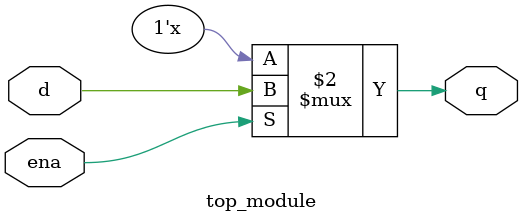
<source format=v>
module top_module(
    input d,
    input ena,       // enable is used for a latch
    output q);
    always @(ena) begin    // whenever the value of enable changes
        if(ena) begin
            q <= d;        // if enable = 1, q = d, otherwise previous value of q is stored (if we haven't mentioned else part)
        end                // here, else part can also be mentioned : else q <= q;
    end
endmodule


</source>
